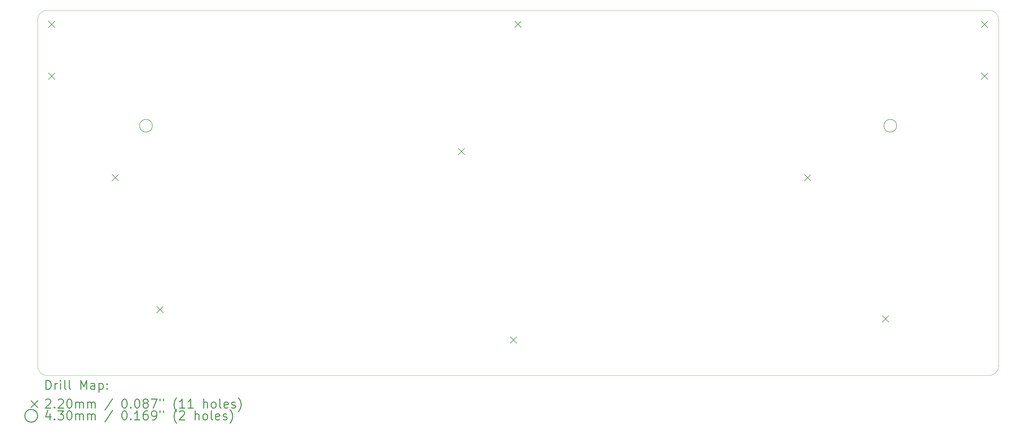
<source format=gbr>
%FSLAX45Y45*%
G04 Gerber Fmt 4.5, Leading zero omitted, Abs format (unit mm)*
G04 Created by KiCad (PCBNEW (5.1.6)-1) date 2022-07-30 11:43:33*
%MOMM*%
%LPD*%
G01*
G04 APERTURE LIST*
%TA.AperFunction,Profile*%
%ADD10C,0.050000*%
%TD*%
%ADD11C,0.200000*%
%ADD12C,0.300000*%
G04 APERTURE END LIST*
D10*
X35560000Y-12382500D02*
G75*
G02*
X35877500Y-12700000I0J-317500D01*
G01*
X3492500Y-12700000D02*
G75*
G02*
X3810000Y-12382500I317500J0D01*
G01*
X35877500Y-24368125D02*
G75*
G02*
X35560000Y-24685625I-317500J0D01*
G01*
X35560000Y-12382500D02*
X3810000Y-12382500D01*
X35877500Y-24368125D02*
X35877500Y-12700000D01*
X3810000Y-24685625D02*
X35560000Y-24685625D01*
X3492500Y-24368125D02*
X3492500Y-12700000D01*
X3810000Y-24685625D02*
G75*
G02*
X3492500Y-24368125I0J317500D01*
G01*
D11*
X7510000Y-22353125D02*
X7730000Y-22573125D01*
X7730000Y-22353125D02*
X7510000Y-22573125D01*
X6001875Y-17908125D02*
X6221875Y-18128125D01*
X6221875Y-17908125D02*
X6001875Y-18128125D01*
X3858750Y-14495000D02*
X4078750Y-14715000D01*
X4078750Y-14495000D02*
X3858750Y-14715000D01*
X3858750Y-12748750D02*
X4078750Y-12968750D01*
X4078750Y-12748750D02*
X3858750Y-12968750D01*
X31957500Y-22670625D02*
X32177500Y-22890625D01*
X32177500Y-22670625D02*
X31957500Y-22890625D01*
X19416250Y-23385000D02*
X19636250Y-23605000D01*
X19636250Y-23385000D02*
X19416250Y-23605000D01*
X19575000Y-12748750D02*
X19795000Y-12968750D01*
X19795000Y-12748750D02*
X19575000Y-12968750D01*
X17670000Y-17035000D02*
X17890000Y-17255000D01*
X17890000Y-17035000D02*
X17670000Y-17255000D01*
X35291250Y-14495000D02*
X35511250Y-14715000D01*
X35511250Y-14495000D02*
X35291250Y-14715000D01*
X29338125Y-17908125D02*
X29558125Y-18128125D01*
X29558125Y-17908125D02*
X29338125Y-18128125D01*
X35291250Y-12748750D02*
X35511250Y-12968750D01*
X35511250Y-12748750D02*
X35291250Y-12968750D01*
X7358750Y-16271875D02*
G75*
G03*
X7358750Y-16271875I-215000J0D01*
G01*
X32441250Y-16271875D02*
G75*
G03*
X32441250Y-16271875I-215000J0D01*
G01*
D12*
X3776428Y-25153839D02*
X3776428Y-24853839D01*
X3847857Y-24853839D01*
X3890714Y-24868125D01*
X3919286Y-24896696D01*
X3933571Y-24925268D01*
X3947857Y-24982411D01*
X3947857Y-25025268D01*
X3933571Y-25082411D01*
X3919286Y-25110982D01*
X3890714Y-25139554D01*
X3847857Y-25153839D01*
X3776428Y-25153839D01*
X4076428Y-25153839D02*
X4076428Y-24953839D01*
X4076428Y-25010982D02*
X4090714Y-24982411D01*
X4105000Y-24968125D01*
X4133571Y-24953839D01*
X4162143Y-24953839D01*
X4262143Y-25153839D02*
X4262143Y-24953839D01*
X4262143Y-24853839D02*
X4247857Y-24868125D01*
X4262143Y-24882411D01*
X4276428Y-24868125D01*
X4262143Y-24853839D01*
X4262143Y-24882411D01*
X4447857Y-25153839D02*
X4419286Y-25139554D01*
X4405000Y-25110982D01*
X4405000Y-24853839D01*
X4605000Y-25153839D02*
X4576428Y-25139554D01*
X4562143Y-25110982D01*
X4562143Y-24853839D01*
X4947857Y-25153839D02*
X4947857Y-24853839D01*
X5047857Y-25068125D01*
X5147857Y-24853839D01*
X5147857Y-25153839D01*
X5419286Y-25153839D02*
X5419286Y-24996696D01*
X5405000Y-24968125D01*
X5376428Y-24953839D01*
X5319286Y-24953839D01*
X5290714Y-24968125D01*
X5419286Y-25139554D02*
X5390714Y-25153839D01*
X5319286Y-25153839D01*
X5290714Y-25139554D01*
X5276428Y-25110982D01*
X5276428Y-25082411D01*
X5290714Y-25053839D01*
X5319286Y-25039554D01*
X5390714Y-25039554D01*
X5419286Y-25025268D01*
X5562143Y-24953839D02*
X5562143Y-25253839D01*
X5562143Y-24968125D02*
X5590714Y-24953839D01*
X5647857Y-24953839D01*
X5676428Y-24968125D01*
X5690714Y-24982411D01*
X5705000Y-25010982D01*
X5705000Y-25096696D01*
X5690714Y-25125268D01*
X5676428Y-25139554D01*
X5647857Y-25153839D01*
X5590714Y-25153839D01*
X5562143Y-25139554D01*
X5833571Y-25125268D02*
X5847857Y-25139554D01*
X5833571Y-25153839D01*
X5819286Y-25139554D01*
X5833571Y-25125268D01*
X5833571Y-25153839D01*
X5833571Y-24968125D02*
X5847857Y-24982411D01*
X5833571Y-24996696D01*
X5819286Y-24982411D01*
X5833571Y-24968125D01*
X5833571Y-24996696D01*
X3270000Y-25538125D02*
X3490000Y-25758125D01*
X3490000Y-25538125D02*
X3270000Y-25758125D01*
X3762143Y-25512411D02*
X3776428Y-25498125D01*
X3805000Y-25483839D01*
X3876428Y-25483839D01*
X3905000Y-25498125D01*
X3919286Y-25512411D01*
X3933571Y-25540982D01*
X3933571Y-25569554D01*
X3919286Y-25612411D01*
X3747857Y-25783839D01*
X3933571Y-25783839D01*
X4062143Y-25755268D02*
X4076428Y-25769554D01*
X4062143Y-25783839D01*
X4047857Y-25769554D01*
X4062143Y-25755268D01*
X4062143Y-25783839D01*
X4190714Y-25512411D02*
X4205000Y-25498125D01*
X4233571Y-25483839D01*
X4305000Y-25483839D01*
X4333571Y-25498125D01*
X4347857Y-25512411D01*
X4362143Y-25540982D01*
X4362143Y-25569554D01*
X4347857Y-25612411D01*
X4176428Y-25783839D01*
X4362143Y-25783839D01*
X4547857Y-25483839D02*
X4576428Y-25483839D01*
X4605000Y-25498125D01*
X4619286Y-25512411D01*
X4633571Y-25540982D01*
X4647857Y-25598125D01*
X4647857Y-25669554D01*
X4633571Y-25726696D01*
X4619286Y-25755268D01*
X4605000Y-25769554D01*
X4576428Y-25783839D01*
X4547857Y-25783839D01*
X4519286Y-25769554D01*
X4505000Y-25755268D01*
X4490714Y-25726696D01*
X4476428Y-25669554D01*
X4476428Y-25598125D01*
X4490714Y-25540982D01*
X4505000Y-25512411D01*
X4519286Y-25498125D01*
X4547857Y-25483839D01*
X4776428Y-25783839D02*
X4776428Y-25583839D01*
X4776428Y-25612411D02*
X4790714Y-25598125D01*
X4819286Y-25583839D01*
X4862143Y-25583839D01*
X4890714Y-25598125D01*
X4905000Y-25626696D01*
X4905000Y-25783839D01*
X4905000Y-25626696D02*
X4919286Y-25598125D01*
X4947857Y-25583839D01*
X4990714Y-25583839D01*
X5019286Y-25598125D01*
X5033571Y-25626696D01*
X5033571Y-25783839D01*
X5176428Y-25783839D02*
X5176428Y-25583839D01*
X5176428Y-25612411D02*
X5190714Y-25598125D01*
X5219286Y-25583839D01*
X5262143Y-25583839D01*
X5290714Y-25598125D01*
X5305000Y-25626696D01*
X5305000Y-25783839D01*
X5305000Y-25626696D02*
X5319286Y-25598125D01*
X5347857Y-25583839D01*
X5390714Y-25583839D01*
X5419286Y-25598125D01*
X5433571Y-25626696D01*
X5433571Y-25783839D01*
X6019286Y-25469554D02*
X5762143Y-25855268D01*
X6405000Y-25483839D02*
X6433571Y-25483839D01*
X6462143Y-25498125D01*
X6476428Y-25512411D01*
X6490714Y-25540982D01*
X6505000Y-25598125D01*
X6505000Y-25669554D01*
X6490714Y-25726696D01*
X6476428Y-25755268D01*
X6462143Y-25769554D01*
X6433571Y-25783839D01*
X6405000Y-25783839D01*
X6376428Y-25769554D01*
X6362143Y-25755268D01*
X6347857Y-25726696D01*
X6333571Y-25669554D01*
X6333571Y-25598125D01*
X6347857Y-25540982D01*
X6362143Y-25512411D01*
X6376428Y-25498125D01*
X6405000Y-25483839D01*
X6633571Y-25755268D02*
X6647857Y-25769554D01*
X6633571Y-25783839D01*
X6619286Y-25769554D01*
X6633571Y-25755268D01*
X6633571Y-25783839D01*
X6833571Y-25483839D02*
X6862143Y-25483839D01*
X6890714Y-25498125D01*
X6905000Y-25512411D01*
X6919286Y-25540982D01*
X6933571Y-25598125D01*
X6933571Y-25669554D01*
X6919286Y-25726696D01*
X6905000Y-25755268D01*
X6890714Y-25769554D01*
X6862143Y-25783839D01*
X6833571Y-25783839D01*
X6805000Y-25769554D01*
X6790714Y-25755268D01*
X6776428Y-25726696D01*
X6762143Y-25669554D01*
X6762143Y-25598125D01*
X6776428Y-25540982D01*
X6790714Y-25512411D01*
X6805000Y-25498125D01*
X6833571Y-25483839D01*
X7105000Y-25612411D02*
X7076428Y-25598125D01*
X7062143Y-25583839D01*
X7047857Y-25555268D01*
X7047857Y-25540982D01*
X7062143Y-25512411D01*
X7076428Y-25498125D01*
X7105000Y-25483839D01*
X7162143Y-25483839D01*
X7190714Y-25498125D01*
X7205000Y-25512411D01*
X7219286Y-25540982D01*
X7219286Y-25555268D01*
X7205000Y-25583839D01*
X7190714Y-25598125D01*
X7162143Y-25612411D01*
X7105000Y-25612411D01*
X7076428Y-25626696D01*
X7062143Y-25640982D01*
X7047857Y-25669554D01*
X7047857Y-25726696D01*
X7062143Y-25755268D01*
X7076428Y-25769554D01*
X7105000Y-25783839D01*
X7162143Y-25783839D01*
X7190714Y-25769554D01*
X7205000Y-25755268D01*
X7219286Y-25726696D01*
X7219286Y-25669554D01*
X7205000Y-25640982D01*
X7190714Y-25626696D01*
X7162143Y-25612411D01*
X7319286Y-25483839D02*
X7519286Y-25483839D01*
X7390714Y-25783839D01*
X7619286Y-25483839D02*
X7619286Y-25540982D01*
X7733571Y-25483839D02*
X7733571Y-25540982D01*
X8176428Y-25898125D02*
X8162143Y-25883839D01*
X8133571Y-25840982D01*
X8119286Y-25812411D01*
X8105000Y-25769554D01*
X8090714Y-25698125D01*
X8090714Y-25640982D01*
X8105000Y-25569554D01*
X8119286Y-25526696D01*
X8133571Y-25498125D01*
X8162143Y-25455268D01*
X8176428Y-25440982D01*
X8447857Y-25783839D02*
X8276428Y-25783839D01*
X8362143Y-25783839D02*
X8362143Y-25483839D01*
X8333571Y-25526696D01*
X8305000Y-25555268D01*
X8276428Y-25569554D01*
X8733571Y-25783839D02*
X8562143Y-25783839D01*
X8647857Y-25783839D02*
X8647857Y-25483839D01*
X8619286Y-25526696D01*
X8590714Y-25555268D01*
X8562143Y-25569554D01*
X9090714Y-25783839D02*
X9090714Y-25483839D01*
X9219286Y-25783839D02*
X9219286Y-25626696D01*
X9205000Y-25598125D01*
X9176428Y-25583839D01*
X9133571Y-25583839D01*
X9105000Y-25598125D01*
X9090714Y-25612411D01*
X9405000Y-25783839D02*
X9376428Y-25769554D01*
X9362143Y-25755268D01*
X9347857Y-25726696D01*
X9347857Y-25640982D01*
X9362143Y-25612411D01*
X9376428Y-25598125D01*
X9405000Y-25583839D01*
X9447857Y-25583839D01*
X9476428Y-25598125D01*
X9490714Y-25612411D01*
X9505000Y-25640982D01*
X9505000Y-25726696D01*
X9490714Y-25755268D01*
X9476428Y-25769554D01*
X9447857Y-25783839D01*
X9405000Y-25783839D01*
X9676428Y-25783839D02*
X9647857Y-25769554D01*
X9633571Y-25740982D01*
X9633571Y-25483839D01*
X9905000Y-25769554D02*
X9876428Y-25783839D01*
X9819286Y-25783839D01*
X9790714Y-25769554D01*
X9776428Y-25740982D01*
X9776428Y-25626696D01*
X9790714Y-25598125D01*
X9819286Y-25583839D01*
X9876428Y-25583839D01*
X9905000Y-25598125D01*
X9919286Y-25626696D01*
X9919286Y-25655268D01*
X9776428Y-25683839D01*
X10033571Y-25769554D02*
X10062143Y-25783839D01*
X10119286Y-25783839D01*
X10147857Y-25769554D01*
X10162143Y-25740982D01*
X10162143Y-25726696D01*
X10147857Y-25698125D01*
X10119286Y-25683839D01*
X10076428Y-25683839D01*
X10047857Y-25669554D01*
X10033571Y-25640982D01*
X10033571Y-25626696D01*
X10047857Y-25598125D01*
X10076428Y-25583839D01*
X10119286Y-25583839D01*
X10147857Y-25598125D01*
X10262143Y-25898125D02*
X10276428Y-25883839D01*
X10305000Y-25840982D01*
X10319286Y-25812411D01*
X10333571Y-25769554D01*
X10347857Y-25698125D01*
X10347857Y-25640982D01*
X10333571Y-25569554D01*
X10319286Y-25526696D01*
X10305000Y-25498125D01*
X10276428Y-25455268D01*
X10262143Y-25440982D01*
X3490000Y-26044125D02*
G75*
G03*
X3490000Y-26044125I-215000J0D01*
G01*
X3905000Y-25979839D02*
X3905000Y-26179839D01*
X3833571Y-25865554D02*
X3762143Y-26079839D01*
X3947857Y-26079839D01*
X4062143Y-26151268D02*
X4076428Y-26165554D01*
X4062143Y-26179839D01*
X4047857Y-26165554D01*
X4062143Y-26151268D01*
X4062143Y-26179839D01*
X4176428Y-25879839D02*
X4362143Y-25879839D01*
X4262143Y-25994125D01*
X4305000Y-25994125D01*
X4333571Y-26008411D01*
X4347857Y-26022696D01*
X4362143Y-26051268D01*
X4362143Y-26122696D01*
X4347857Y-26151268D01*
X4333571Y-26165554D01*
X4305000Y-26179839D01*
X4219286Y-26179839D01*
X4190714Y-26165554D01*
X4176428Y-26151268D01*
X4547857Y-25879839D02*
X4576428Y-25879839D01*
X4605000Y-25894125D01*
X4619286Y-25908411D01*
X4633571Y-25936982D01*
X4647857Y-25994125D01*
X4647857Y-26065554D01*
X4633571Y-26122696D01*
X4619286Y-26151268D01*
X4605000Y-26165554D01*
X4576428Y-26179839D01*
X4547857Y-26179839D01*
X4519286Y-26165554D01*
X4505000Y-26151268D01*
X4490714Y-26122696D01*
X4476428Y-26065554D01*
X4476428Y-25994125D01*
X4490714Y-25936982D01*
X4505000Y-25908411D01*
X4519286Y-25894125D01*
X4547857Y-25879839D01*
X4776428Y-26179839D02*
X4776428Y-25979839D01*
X4776428Y-26008411D02*
X4790714Y-25994125D01*
X4819286Y-25979839D01*
X4862143Y-25979839D01*
X4890714Y-25994125D01*
X4905000Y-26022696D01*
X4905000Y-26179839D01*
X4905000Y-26022696D02*
X4919286Y-25994125D01*
X4947857Y-25979839D01*
X4990714Y-25979839D01*
X5019286Y-25994125D01*
X5033571Y-26022696D01*
X5033571Y-26179839D01*
X5176428Y-26179839D02*
X5176428Y-25979839D01*
X5176428Y-26008411D02*
X5190714Y-25994125D01*
X5219286Y-25979839D01*
X5262143Y-25979839D01*
X5290714Y-25994125D01*
X5305000Y-26022696D01*
X5305000Y-26179839D01*
X5305000Y-26022696D02*
X5319286Y-25994125D01*
X5347857Y-25979839D01*
X5390714Y-25979839D01*
X5419286Y-25994125D01*
X5433571Y-26022696D01*
X5433571Y-26179839D01*
X6019286Y-25865554D02*
X5762143Y-26251268D01*
X6405000Y-25879839D02*
X6433571Y-25879839D01*
X6462143Y-25894125D01*
X6476428Y-25908411D01*
X6490714Y-25936982D01*
X6505000Y-25994125D01*
X6505000Y-26065554D01*
X6490714Y-26122696D01*
X6476428Y-26151268D01*
X6462143Y-26165554D01*
X6433571Y-26179839D01*
X6405000Y-26179839D01*
X6376428Y-26165554D01*
X6362143Y-26151268D01*
X6347857Y-26122696D01*
X6333571Y-26065554D01*
X6333571Y-25994125D01*
X6347857Y-25936982D01*
X6362143Y-25908411D01*
X6376428Y-25894125D01*
X6405000Y-25879839D01*
X6633571Y-26151268D02*
X6647857Y-26165554D01*
X6633571Y-26179839D01*
X6619286Y-26165554D01*
X6633571Y-26151268D01*
X6633571Y-26179839D01*
X6933571Y-26179839D02*
X6762143Y-26179839D01*
X6847857Y-26179839D02*
X6847857Y-25879839D01*
X6819286Y-25922696D01*
X6790714Y-25951268D01*
X6762143Y-25965554D01*
X7190714Y-25879839D02*
X7133571Y-25879839D01*
X7105000Y-25894125D01*
X7090714Y-25908411D01*
X7062143Y-25951268D01*
X7047857Y-26008411D01*
X7047857Y-26122696D01*
X7062143Y-26151268D01*
X7076428Y-26165554D01*
X7105000Y-26179839D01*
X7162143Y-26179839D01*
X7190714Y-26165554D01*
X7205000Y-26151268D01*
X7219286Y-26122696D01*
X7219286Y-26051268D01*
X7205000Y-26022696D01*
X7190714Y-26008411D01*
X7162143Y-25994125D01*
X7105000Y-25994125D01*
X7076428Y-26008411D01*
X7062143Y-26022696D01*
X7047857Y-26051268D01*
X7362143Y-26179839D02*
X7419286Y-26179839D01*
X7447857Y-26165554D01*
X7462143Y-26151268D01*
X7490714Y-26108411D01*
X7505000Y-26051268D01*
X7505000Y-25936982D01*
X7490714Y-25908411D01*
X7476428Y-25894125D01*
X7447857Y-25879839D01*
X7390714Y-25879839D01*
X7362143Y-25894125D01*
X7347857Y-25908411D01*
X7333571Y-25936982D01*
X7333571Y-26008411D01*
X7347857Y-26036982D01*
X7362143Y-26051268D01*
X7390714Y-26065554D01*
X7447857Y-26065554D01*
X7476428Y-26051268D01*
X7490714Y-26036982D01*
X7505000Y-26008411D01*
X7619286Y-25879839D02*
X7619286Y-25936982D01*
X7733571Y-25879839D02*
X7733571Y-25936982D01*
X8176428Y-26294125D02*
X8162143Y-26279839D01*
X8133571Y-26236982D01*
X8119286Y-26208411D01*
X8105000Y-26165554D01*
X8090714Y-26094125D01*
X8090714Y-26036982D01*
X8105000Y-25965554D01*
X8119286Y-25922696D01*
X8133571Y-25894125D01*
X8162143Y-25851268D01*
X8176428Y-25836982D01*
X8276428Y-25908411D02*
X8290714Y-25894125D01*
X8319286Y-25879839D01*
X8390714Y-25879839D01*
X8419286Y-25894125D01*
X8433571Y-25908411D01*
X8447857Y-25936982D01*
X8447857Y-25965554D01*
X8433571Y-26008411D01*
X8262143Y-26179839D01*
X8447857Y-26179839D01*
X8805000Y-26179839D02*
X8805000Y-25879839D01*
X8933571Y-26179839D02*
X8933571Y-26022696D01*
X8919286Y-25994125D01*
X8890714Y-25979839D01*
X8847857Y-25979839D01*
X8819286Y-25994125D01*
X8805000Y-26008411D01*
X9119286Y-26179839D02*
X9090714Y-26165554D01*
X9076428Y-26151268D01*
X9062143Y-26122696D01*
X9062143Y-26036982D01*
X9076428Y-26008411D01*
X9090714Y-25994125D01*
X9119286Y-25979839D01*
X9162143Y-25979839D01*
X9190714Y-25994125D01*
X9205000Y-26008411D01*
X9219286Y-26036982D01*
X9219286Y-26122696D01*
X9205000Y-26151268D01*
X9190714Y-26165554D01*
X9162143Y-26179839D01*
X9119286Y-26179839D01*
X9390714Y-26179839D02*
X9362143Y-26165554D01*
X9347857Y-26136982D01*
X9347857Y-25879839D01*
X9619286Y-26165554D02*
X9590714Y-26179839D01*
X9533571Y-26179839D01*
X9505000Y-26165554D01*
X9490714Y-26136982D01*
X9490714Y-26022696D01*
X9505000Y-25994125D01*
X9533571Y-25979839D01*
X9590714Y-25979839D01*
X9619286Y-25994125D01*
X9633571Y-26022696D01*
X9633571Y-26051268D01*
X9490714Y-26079839D01*
X9747857Y-26165554D02*
X9776428Y-26179839D01*
X9833571Y-26179839D01*
X9862143Y-26165554D01*
X9876428Y-26136982D01*
X9876428Y-26122696D01*
X9862143Y-26094125D01*
X9833571Y-26079839D01*
X9790714Y-26079839D01*
X9762143Y-26065554D01*
X9747857Y-26036982D01*
X9747857Y-26022696D01*
X9762143Y-25994125D01*
X9790714Y-25979839D01*
X9833571Y-25979839D01*
X9862143Y-25994125D01*
X9976428Y-26294125D02*
X9990714Y-26279839D01*
X10019286Y-26236982D01*
X10033571Y-26208411D01*
X10047857Y-26165554D01*
X10062143Y-26094125D01*
X10062143Y-26036982D01*
X10047857Y-25965554D01*
X10033571Y-25922696D01*
X10019286Y-25894125D01*
X9990714Y-25851268D01*
X9976428Y-25836982D01*
M02*

</source>
